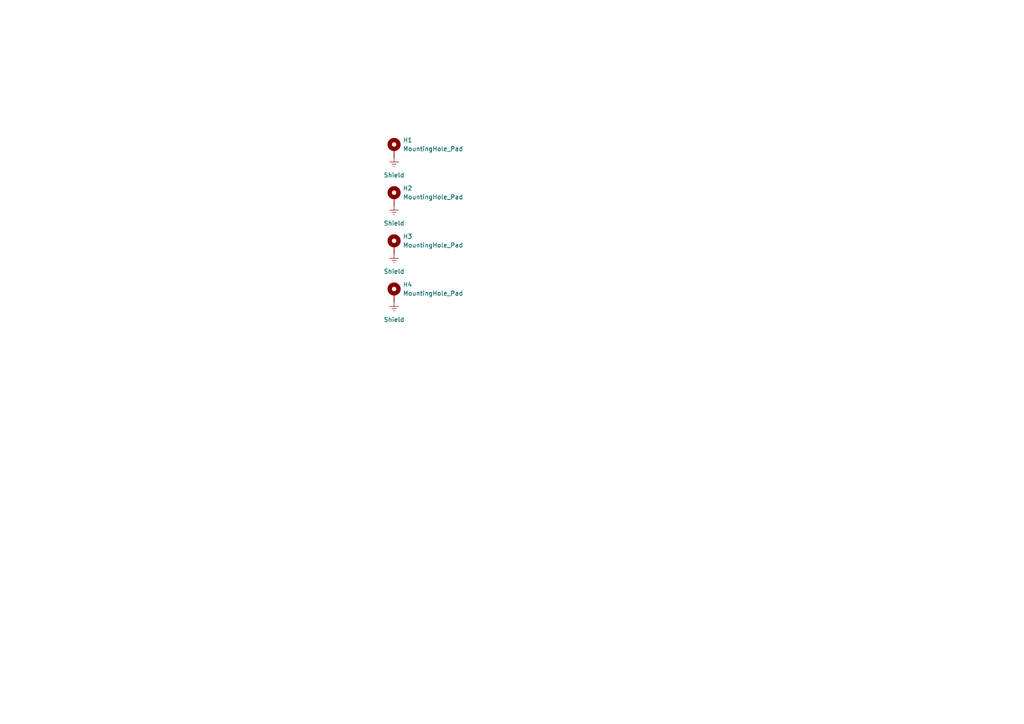
<source format=kicad_sch>
(kicad_sch (version 20231120) (generator "eeschema") (generator_version "8.0")
  (paper "A4")
  (lib_symbols
    (symbol "Mechanical:MountingHole_Pad" (pin_numbers hide) (pin_names (offset 1.016) hide) (exclude_from_sim yes) (in_bom no)
      (property "Reference" "H" (at 0 6.35 0))
      (property "Value" "MountingHole_Pad" (at 0 4.445 0))
      (symbol "MountingHole_Pad_0_1"
        (circle (center 0 1.27) (radius 1.27) (stroke (width 1.27)))
      )
      (symbol "MountingHole_Pad_1_1"
        (pin input line (at 0 -2.54 90) (length 2.54) (name "1") (number "1"))
      )
    )
    (symbol "power:Earth" (power) (pin_numbers hide) (pin_names (offset 0) hide)
      (property "Value" "Earth" (at 0 -3.81 0))
      (symbol "Earth_0_1"
        (polyline (pts (xy -0.635 -1.905) (xy 0.635 -1.905)))
        (polyline (pts (xy -0.127 -2.54) (xy 0.127 -2.54)))
        (polyline (pts (xy 0 -1.27) (xy 0 0)))
        (polyline (pts (xy 1.27 -1.27) (xy -1.27 -1.27)))
      )
      (symbol "Earth_1_1"
        (pin power_in line (at 0 0 270) (length 0) (name "~") (number "1"))
      )
    )
  )
  (symbol (lib_id "power:Earth") (at 114.3 73.66 0) (unit 1)
    (property "Reference" "#PWR03" (effects (hide yes)))
    (property "Value" "Shield" (at 114.3 78.74 0))
    (property "Description" "Power symbol creates a global label with name \"Earth\"" (effects (hide yes)))
  )
  (symbol (lib_id "Mechanical:MountingHole_Pad") (at 114.3 71.12 0) (unit 1) (exclude_from_sim yes) (in_bom no)
    (property "Reference" "H3" (at 116.84 68.5799 0) (effects (justify left)))
    (property "Value" "MountingHole_Pad" (at 116.84 71.1199 0) (effects (justify left)))
    (property "Footprint" "MountingHole:MountingHole_3.2mm_M3_Pad" (effects (hide yes)))
    (property "Description" "Mounting Hole with connection" (effects (hide yes)))
  )
  (symbol (lib_id "Mechanical:MountingHole_Pad") (at 114.3 85.09 0) (unit 1) (exclude_from_sim yes) (in_bom no)
    (property "Reference" "H4" (at 116.84 82.5499 0) (effects (justify left)))
    (property "Value" "MountingHole_Pad" (at 116.84 85.0899 0) (effects (justify left)))
    (property "Footprint" "MountingHole:MountingHole_3.2mm_M3_Pad" (effects (hide yes)))
    (property "Description" "Mounting Hole with connection" (effects (hide yes)))
  )
  (symbol (lib_id "power:Earth") (at 114.3 45.72 0) (unit 1)
    (property "Reference" "#PWR01" (effects (hide yes)))
    (property "Value" "Shield" (at 114.3 50.8 0))
    (property "Description" "Power symbol creates a global label with name \"Earth\"" (effects (hide yes)))
  )
  (symbol (lib_id "Mechanical:MountingHole_Pad") (at 114.3 57.15 0) (unit 1) (exclude_from_sim yes) (in_bom no)
    (property "Reference" "H2" (at 116.84 54.6099 0) (effects (justify left)))
    (property "Value" "MountingHole_Pad" (at 116.84 57.1499 0) (effects (justify left)))
    (property "Footprint" "MountingHole:MountingHole_3.2mm_M3_Pad" (effects (hide yes)))
    (property "Description" "Mounting Hole with connection" (effects (hide yes)))
  )
  (symbol (lib_id "power:Earth") (at 114.3 87.63 0) (unit 1)
    (property "Reference" "#PWR04" (effects (hide yes)))
    (property "Value" "Shield" (at 114.3 92.71 0))
    (property "Description" "Power symbol creates a global label with name \"Earth\"" (effects (hide yes)))
  )
  (symbol (lib_id "power:Earth") (at 114.3 59.69 0) (unit 1)
    (property "Reference" "#PWR02" (effects (hide yes)))
    (property "Value" "Shield" (at 114.3 64.77 0))
    (property "Description" "Power symbol creates a global label with name \"Earth\"" (effects (hide yes)))
  )
  (symbol (lib_id "Mechanical:MountingHole_Pad") (at 114.3 43.18 0) (unit 1) (exclude_from_sim yes) (in_bom no)
    (property "Reference" "H1" (at 116.84 40.6399 0) (effects (justify left)))
    (property "Value" "MountingHole_Pad" (at 116.84 43.1799 0) (effects (justify left)))
    (property "Footprint" "MountingHole:MountingHole_3.2mm_M3_Pad" (effects (hide yes)))
    (property "Description" "Mounting Hole with connection" (effects (hide yes)))
  )
)
</source>
